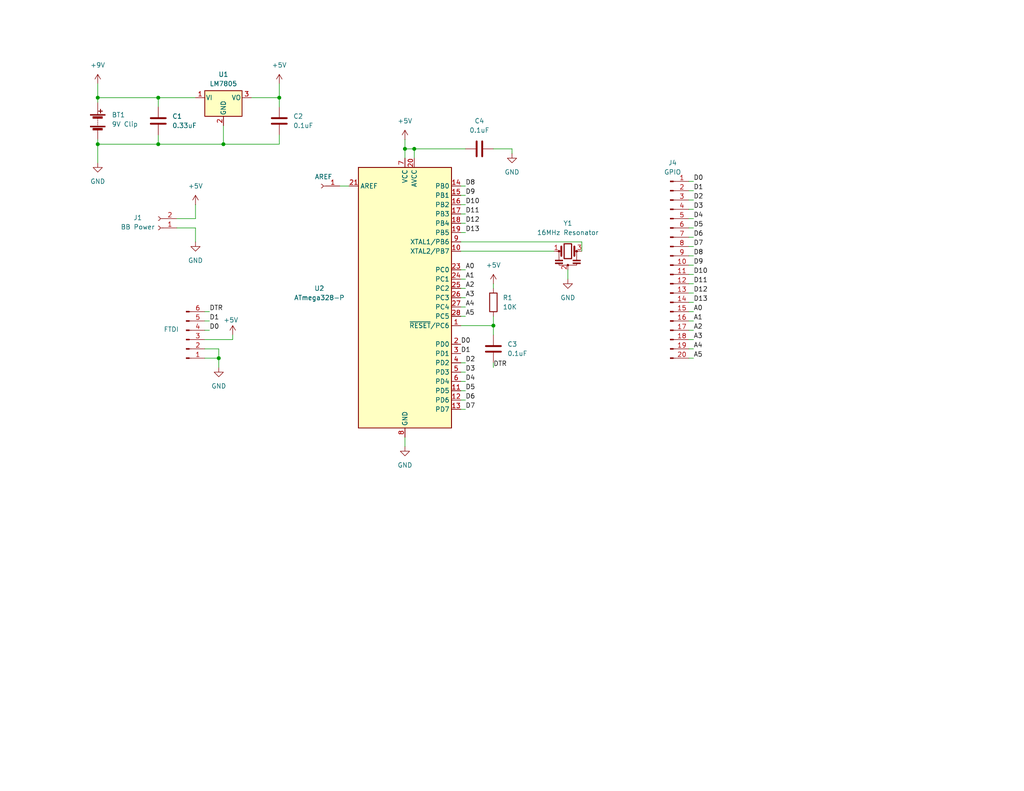
<source format=kicad_sch>
(kicad_sch (version 20231120) (generator "eeschema") (generator_version "8.0")
  (paper "USLetter")
  (title_block (title "Project 2: Arduino Clone"))
  (lib_symbols
    (symbol "05833:+9V" (power) (pin_names (offset 0))
      (property "Value" "+9V" (at 0 3.556 0))
      (symbol "+9V_0_1"
        (polyline (pts (xy -0.762 1.27) (xy 0 2.54)))
        (polyline (pts (xy 0 0) (xy 0 2.54)))
        (polyline (pts (xy 0 2.54) (xy 0.762 1.27)))
      )
      (symbol "+9V_1_1"
        (pin power_in line (at 0 0 90) (length 0) hide (name "+9V") (number "1"))
      )
    )
    (symbol "05833:Battery" (pin_numbers hide) (pin_names (offset 0) hide)
      (property "Reference" "BT" (at 2.54 2.54 0))
      (property "Value" "Battery" (at 2.54 0 0))
      (symbol "Battery_0_1"
        (rectangle (start -2.032 -1.397) (end 2.032 -1.651) (fill (type outline)))
        (rectangle (start -2.032 1.778) (end 2.032 1.524) (fill (type outline)))
        (rectangle (start -1.3208 -1.9812) (end 1.27 -2.4892) (fill (type outline)))
        (rectangle (start -1.3208 1.1938) (end 1.27 0.6858) (fill (type outline)))
        (polyline (pts (xy 0 -1.524) (xy 0 -1.27)))
        (polyline (pts (xy 0 -1.016) (xy 0 -0.762)))
        (polyline (pts (xy 0 -0.508) (xy 0 -0.254)))
        (polyline (pts (xy 0 0) (xy 0 0.254)))
        (polyline (pts (xy 0 0.508) (xy 0 0.762)))
        (polyline (pts (xy 0 1.778) (xy 0 2.54)))
        (polyline (pts (xy 0.254 2.667) (xy 1.27 2.667)) (stroke (width 0.254)))
        (polyline (pts (xy 0.762 3.175) (xy 0.762 2.159)) (stroke (width 0.254)))
      )
      (symbol "Battery_1_1"
        (pin output line (at 0 5.08 270) (length 2.54) (name "+") (number "1"))
        (pin power_out line (at 0 -5.08 90) (length 2.54) (name "-") (number "2"))
      )
    )
    (symbol "05833:GND" (power) (pin_names (offset 0))
      (property "Value" "GND" (at 0 -3.81 0))
      (symbol "GND_0_1"
        (polyline (pts (xy 0 0) (xy 0 -1.27) (xy 1.27 -1.27) (xy 0 -2.54) (xy -1.27 -1.27) (xy 0 -1.27)))
      )
      (symbol "GND_1_1"
        (pin power_in line (at 0 0 270) (length 0) hide (name "GND") (number "1"))
      )
    )
    (symbol "05833:R" (pin_numbers hide) (pin_names (offset 0))
      (property "Reference" "R" (at 2.032 0 90))
      (property "Value" "R" (at 0 0 90))
      (symbol "R_0_1"
        (rectangle (start -1.016 -2.54) (end 1.016 2.54) (stroke (width 0.254)))
      )
      (symbol "R_1_1"
        (pin passive line (at 0 3.81 270) (length 1.27) (name "~") (number "1"))
        (pin passive line (at 0 -3.81 90) (length 1.27) (name "~") (number "2"))
      )
    )
    (symbol "05833:Resonator" (pin_names (offset 1.016) hide)
      (property "Reference" "Y" (at 0 5.715 0))
      (property "Value" "Resonator" (at 0 3.81 0))
      (symbol "Resonator_0_1"
        (rectangle (start -3.429 -3.175) (end -1.397 -3.429) (fill (type outline)))
        (rectangle (start -3.429 -2.413) (end -1.397 -2.667) (fill (type outline)))
        (circle (center -2.413 0) (radius 0.254) (fill (type outline)))
        (rectangle (start -1.016 2.032) (end 1.016 -2.032) (stroke (width 0.3048)))
        (circle (center 0 -3.81) (radius 0.254) (fill (type outline)))
        (polyline (pts (xy -2.413 -2.413) (xy -2.413 0)))
        (polyline (pts (xy -1.905 0) (xy -3.175 0)))
        (polyline (pts (xy -1.778 -1.27) (xy -1.778 1.27)) (stroke (width 0.508)))
        (polyline (pts (xy 1.778 -1.27) (xy 1.778 1.27)) (stroke (width 0.508)))
        (polyline (pts (xy 1.905 0) (xy 2.54 0)))
        (polyline (pts (xy 2.413 0) (xy 2.413 -2.54)))
        (polyline (pts (xy 2.413 -3.302) (xy 2.413 -3.81) (xy -2.413 -3.81) (xy -2.413 -3.302)))
        (rectangle (start 1.397 -3.175) (end 3.429 -3.429) (fill (type outline)))
        (rectangle (start 1.397 -2.413) (end 3.429 -2.667) (fill (type outline)))
        (circle (center 2.413 0) (radius 0.254) (fill (type outline)))
      )
      (symbol "Resonator_1_1"
        (pin passive line (at -3.81 0 0) (length 1.27) (name "1") (number "1"))
        (pin passive line (at 0 -5.08 90) (length 1.27) (name "2") (number "2"))
        (pin passive line (at 3.81 0 180) (length 1.27) (name "3") (number "3"))
      )
    )
    (symbol "Connector:Conn_01x01_Socket" (pin_names (offset 1.016) hide)
      (property "Reference" "J" (at 0 2.54 0))
      (property "Value" "Conn_01x01_Socket" (at 0 -2.54 0))
      (symbol "Conn_01x01_Socket_1_1"
        (polyline (pts (xy -1.27 0) (xy -0.508 0)) (stroke (width 0.1524)))
        (arc (start 0 0.508) (mid -0.5058 0) (end 0 -0.508) (stroke (width 0.1524)))
        (pin passive line (at -5.08 0 0) (length 3.81) (name "Pin_1") (number "1"))
      )
    )
    (symbol "Connector:Conn_01x02_Socket" (pin_names (offset 1.016) hide)
      (property "Reference" "J" (at 0 2.54 0))
      (property "Value" "Conn_01x02_Socket" (at 0 -5.08 0))
      (symbol "Conn_01x02_Socket_1_1"
        (arc (start 0 -2.032) (mid -0.5058 -2.54) (end 0 -3.048) (stroke (width 0.1524)))
        (polyline (pts (xy -1.27 -2.54) (xy -0.508 -2.54)) (stroke (width 0.1524)))
        (polyline (pts (xy -1.27 0) (xy -0.508 0)) (stroke (width 0.1524)))
        (arc (start 0 0.508) (mid -0.5058 0) (end 0 -0.508) (stroke (width 0.1524)))
        (pin passive line (at -5.08 0 0) (length 3.81) (name "Pin_1") (number "1"))
        (pin passive line (at -5.08 -2.54 0) (length 3.81) (name "Pin_2") (number "2"))
      )
    )
    (symbol "Connector:Conn_01x06_Pin" (pin_names (offset 1.016) hide)
      (property "Reference" "J" (at 0 7.62 0))
      (property "Value" "Conn_01x06_Pin" (at 0 -10.16 0))
      (symbol "Conn_01x06_Pin_1_1"
        (polyline (pts (xy 1.27 -7.62) (xy 0.8636 -7.62)) (stroke (width 0.1524)))
        (polyline (pts (xy 1.27 -5.08) (xy 0.8636 -5.08)) (stroke (width 0.1524)))
        (polyline (pts (xy 1.27 -2.54) (xy 0.8636 -2.54)) (stroke (width 0.1524)))
        (polyline (pts (xy 1.27 0) (xy 0.8636 0)) (stroke (width 0.1524)))
        (polyline (pts (xy 1.27 2.54) (xy 0.8636 2.54)) (stroke (width 0.1524)))
        (polyline (pts (xy 1.27 5.08) (xy 0.8636 5.08)) (stroke (width 0.1524)))
        (rectangle (start 0.8636 -7.493) (end 0 -7.747) (stroke (width 0.1524)) (fill (type outline)))
        (rectangle (start 0.8636 -4.953) (end 0 -5.207) (stroke (width 0.1524)) (fill (type outline)))
        (rectangle (start 0.8636 -2.413) (end 0 -2.667) (stroke (width 0.1524)) (fill (type outline)))
        (rectangle (start 0.8636 0.127) (end 0 -0.127) (stroke (width 0.1524)) (fill (type outline)))
        (rectangle (start 0.8636 2.667) (end 0 2.413) (stroke (width 0.1524)) (fill (type outline)))
        (rectangle (start 0.8636 5.207) (end 0 4.953) (stroke (width 0.1524)) (fill (type outline)))
        (pin passive line (at 5.08 5.08 180) (length 3.81) (name "Pin_1") (number "1"))
        (pin passive line (at 5.08 2.54 180) (length 3.81) (name "Pin_2") (number "2"))
        (pin passive line (at 5.08 0 180) (length 3.81) (name "Pin_3") (number "3"))
        (pin passive line (at 5.08 -2.54 180) (length 3.81) (name "Pin_4") (number "4"))
        (pin passive line (at 5.08 -5.08 180) (length 3.81) (name "Pin_5") (number "5"))
        (pin passive line (at 5.08 -7.62 180) (length 3.81) (name "Pin_6") (number "6"))
      )
    )
    (symbol "Connector:Conn_01x20_Pin" (pin_names (offset 1.016) hide)
      (property "Reference" "J" (at 0 25.4 0))
      (property "Value" "Conn_01x20_Pin" (at 0 -27.94 0))
      (symbol "Conn_01x20_Pin_1_1"
        (polyline (pts (xy 1.27 -25.4) (xy 0.8636 -25.4)) (stroke (width 0.1524)))
        (polyline (pts (xy 1.27 -22.86) (xy 0.8636 -22.86)) (stroke (width 0.1524)))
        (polyline (pts (xy 1.27 -20.32) (xy 0.8636 -20.32)) (stroke (width 0.1524)))
        (polyline (pts (xy 1.27 -17.78) (xy 0.8636 -17.78)) (stroke (width 0.1524)))
        (polyline (pts (xy 1.27 -15.24) (xy 0.8636 -15.24)) (stroke (width 0.1524)))
        (polyline (pts (xy 1.27 -12.7) (xy 0.8636 -12.7)) (stroke (width 0.1524)))
        (polyline (pts (xy 1.27 -10.16) (xy 0.8636 -10.16)) (stroke (width 0.1524)))
        (polyline (pts (xy 1.27 -7.62) (xy 0.8636 -7.62)) (stroke (width 0.1524)))
        (polyline (pts (xy 1.27 -5.08) (xy 0.8636 -5.08)) (stroke (width 0.1524)))
        (polyline (pts (xy 1.27 -2.54) (xy 0.8636 -2.54)) (stroke (width 0.1524)))
        (polyline (pts (xy 1.27 0) (xy 0.8636 0)) (stroke (width 0.1524)))
        (polyline (pts (xy 1.27 2.54) (xy 0.8636 2.54)) (stroke (width 0.1524)))
        (polyline (pts (xy 1.27 5.08) (xy 0.8636 5.08)) (stroke (width 0.1524)))
        (polyline (pts (xy 1.27 7.62) (xy 0.8636 7.62)) (stroke (width 0.1524)))
        (polyline (pts (xy 1.27 10.16) (xy 0.8636 10.16)) (stroke (width 0.1524)))
        (polyline (pts (xy 1.27 12.7) (xy 0.8636 12.7)) (stroke (width 0.1524)))
        (polyline (pts (xy 1.27 15.24) (xy 0.8636 15.24)) (stroke (width 0.1524)))
        (polyline (pts (xy 1.27 17.78) (xy 0.8636 17.78)) (stroke (width 0.1524)))
        (polyline (pts (xy 1.27 20.32) (xy 0.8636 20.32)) (stroke (width 0.1524)))
        (polyline (pts (xy 1.27 22.86) (xy 0.8636 22.86)) (stroke (width 0.1524)))
        (rectangle (start 0.8636 -25.273) (end 0 -25.527) (stroke (width 0.1524)) (fill (type outline)))
        (rectangle (start 0.8636 -22.733) (end 0 -22.987) (stroke (width 0.1524)) (fill (type outline)))
        (rectangle (start 0.8636 -20.193) (end 0 -20.447) (stroke (width 0.1524)) (fill (type outline)))
        (rectangle (start 0.8636 -17.653) (end 0 -17.907) (stroke (width 0.1524)) (fill (type outline)))
        (rectangle (start 0.8636 -15.113) (end 0 -15.367) (stroke (width 0.1524)) (fill (type outline)))
        (rectangle (start 0.8636 -12.573) (end 0 -12.827) (stroke (width 0.1524)) (fill (type outline)))
        (rectangle (start 0.8636 -10.033) (end 0 -10.287) (stroke (width 0.1524)) (fill (type outline)))
        (rectangle (start 0.8636 -7.493) (end 0 -7.747) (stroke (width 0.1524)) (fill (type outline)))
        (rectangle (start 0.8636 -4.953) (end 0 -5.207) (stroke (width 0.1524)) (fill (type outline)))
        (rectangle (start 0.8636 -2.413) (end 0 -2.667) (stroke (width 0.1524)) (fill (type outline)))
        (rectangle (start 0.8636 0.127) (end 0 -0.127) (stroke (width 0.1524)) (fill (type outline)))
        (rectangle (start 0.8636 2.667) (end 0 2.413) (stroke (width 0.1524)) (fill (type outline)))
        (rectangle (start 0.8636 5.207) (end 0 4.953) (stroke (width 0.1524)) (fill (type outline)))
        (rectangle (start 0.8636 7.747) (end 0 7.493) (stroke (width 0.1524)) (fill (type outline)))
        (rectangle (start 0.8636 10.287) (end 0 10.033) (stroke (width 0.1524)) (fill (type outline)))
        (rectangle (start 0.8636 12.827) (end 0 12.573) (stroke (width 0.1524)) (fill (type outline)))
        (rectangle (start 0.8636 15.367) (end 0 15.113) (stroke (width 0.1524)) (fill (type outline)))
        (rectangle (start 0.8636 17.907) (end 0 17.653) (stroke (width 0.1524)) (fill (type outline)))
        (rectangle (start 0.8636 20.447) (end 0 20.193) (stroke (width 0.1524)) (fill (type outline)))
        (rectangle (start 0.8636 22.987) (end 0 22.733) (stroke (width 0.1524)) (fill (type outline)))
        (pin passive line (at 5.08 22.86 180) (length 3.81) (name "Pin_1") (number "1"))
        (pin passive line (at 5.08 0 180) (length 3.81) (name "Pin_10") (number "10"))
        (pin passive line (at 5.08 -2.54 180) (length 3.81) (name "Pin_11") (number "11"))
        (pin passive line (at 5.08 -5.08 180) (length 3.81) (name "Pin_12") (number "12"))
        (pin passive line (at 5.08 -7.62 180) (length 3.81) (name "Pin_13") (number "13"))
        (pin passive line (at 5.08 -10.16 180) (length 3.81) (name "Pin_14") (number "14"))
        (pin passive line (at 5.08 -12.7 180) (length 3.81) (name "Pin_15") (number "15"))
        (pin passive line (at 5.08 -15.24 180) (length 3.81) (name "Pin_16") (number "16"))
        (pin passive line (at 5.08 -17.78 180) (length 3.81) (name "Pin_17") (number "17"))
        (pin passive line (at 5.08 -20.32 180) (length 3.81) (name "Pin_18") (number "18"))
        (pin passive line (at 5.08 -22.86 180) (length 3.81) (name "Pin_19") (number "19"))
        (pin passive line (at 5.08 20.32 180) (length 3.81) (name "Pin_2") (number "2"))
        (pin passive line (at 5.08 -25.4 180) (length 3.81) (name "Pin_20") (number "20"))
        (pin passive line (at 5.08 17.78 180) (length 3.81) (name "Pin_3") (number "3"))
        (pin passive line (at 5.08 15.24 180) (length 3.81) (name "Pin_4") (number "4"))
        (pin passive line (at 5.08 12.7 180) (length 3.81) (name "Pin_5") (number "5"))
        (pin passive line (at 5.08 10.16 180) (length 3.81) (name "Pin_6") (number "6"))
        (pin passive line (at 5.08 7.62 180) (length 3.81) (name "Pin_7") (number "7"))
        (pin passive line (at 5.08 5.08 180) (length 3.81) (name "Pin_8") (number "8"))
        (pin passive line (at 5.08 2.54 180) (length 3.81) (name "Pin_9") (number "9"))
      )
    )
    (symbol "Device:C" (pin_numbers hide) (pin_names (offset 0.254))
      (property "Reference" "C" (at 0.635 2.54 0))
      (property "Value" "C" (at 0.635 -2.54 0))
      (symbol "C_0_1"
        (polyline (pts (xy -2.032 -0.762) (xy 2.032 -0.762)) (stroke (width 0.508)))
        (polyline (pts (xy -2.032 0.762) (xy 2.032 0.762)) (stroke (width 0.508)))
      )
      (symbol "C_1_1"
        (pin passive line (at 0 3.81 270) (length 2.794) (name "~") (number "1"))
        (pin passive line (at 0 -3.81 90) (length 2.794) (name "~") (number "2"))
      )
    )
    (symbol "MCU_Microchip_ATmega:ATmega328-P"
      (property "Reference" "U" (at -12.7 36.83 0))
      (property "Value" "ATmega328-P" (at 2.54 -36.83 0))
      (symbol "ATmega328-P_0_1"
        (rectangle (start -12.7 -35.56) (end 12.7 35.56) (stroke (width 0.254)) (fill (type background)))
      )
      (symbol "ATmega328-P_1_1"
        (pin bidirectional line (at 15.24 -7.62 180) (length 2.54) (name "~{RESET}/PC6") (number "1"))
        (pin bidirectional line (at 15.24 12.7 180) (length 2.54) (name "XTAL2/PB7") (number "10"))
        (pin bidirectional line (at 15.24 -25.4 180) (length 2.54) (name "PD5") (number "11"))
        (pin bidirectional line (at 15.24 -27.94 180) (length 2.54) (name "PD6") (number "12"))
        (pin bidirectional line (at 15.24 -30.48 180) (length 2.54) (name "PD7") (number "13"))
        (pin bidirectional line (at 15.24 30.48 180) (length 2.54) (name "PB0") (number "14"))
        (pin bidirectional line (at 15.24 27.94 180) (length 2.54) (name "PB1") (number "15"))
        (pin bidirectional line (at 15.24 25.4 180) (length 2.54) (name "PB2") (number "16"))
        (pin bidirectional line (at 15.24 22.86 180) (length 2.54) (name "PB3") (number "17"))
        (pin bidirectional line (at 15.24 20.32 180) (length 2.54) (name "PB4") (number "18"))
        (pin bidirectional line (at 15.24 17.78 180) (length 2.54) (name "PB5") (number "19"))
        (pin bidirectional line (at 15.24 -12.7 180) (length 2.54) (name "PD0") (number "2"))
        (pin power_in line (at 2.54 38.1 270) (length 2.54) (name "AVCC") (number "20"))
        (pin passive line (at -15.24 30.48 0) (length 2.54) (name "AREF") (number "21"))
        (pin passive line (at 0 -38.1 90) (length 2.54) hide (name "GND") (number "22"))
        (pin bidirectional line (at 15.24 7.62 180) (length 2.54) (name "PC0") (number "23"))
        (pin bidirectional line (at 15.24 5.08 180) (length 2.54) (name "PC1") (number "24"))
        (pin bidirectional line (at 15.24 2.54 180) (length 2.54) (name "PC2") (number "25"))
        (pin bidirectional line (at 15.24 0 180) (length 2.54) (name "PC3") (number "26"))
        (pin bidirectional line (at 15.24 -2.54 180) (length 2.54) (name "PC4") (number "27"))
        (pin bidirectional line (at 15.24 -5.08 180) (length 2.54) (name "PC5") (number "28"))
        (pin bidirectional line (at 15.24 -15.24 180) (length 2.54) (name "PD1") (number "3"))
        (pin bidirectional line (at 15.24 -17.78 180) (length 2.54) (name "PD2") (number "4"))
        (pin bidirectional line (at 15.24 -20.32 180) (length 2.54) (name "PD3") (number "5"))
        (pin bidirectional line (at 15.24 -22.86 180) (length 2.54) (name "PD4") (number "6"))
        (pin power_in line (at 0 38.1 270) (length 2.54) (name "VCC") (number "7"))
        (pin power_in line (at 0 -38.1 90) (length 2.54) (name "GND") (number "8"))
        (pin bidirectional line (at 15.24 15.24 180) (length 2.54) (name "XTAL1/PB6") (number "9"))
      )
    )
    (symbol "Regulator_Linear:LM7805_TO220" (pin_names (offset 0.254))
      (property "Reference" "U" (at -3.81 3.175 0))
      (property "Value" "LM7805_TO220" (at 0 3.175 0))
      (symbol "LM7805_TO220_0_1"
        (rectangle (start -5.08 1.905) (end 5.08 -5.08) (stroke (width 0.254)) (fill (type background)))
      )
      (symbol "LM7805_TO220_1_1"
        (pin power_in line (at -7.62 0 0) (length 2.54) (name "VI") (number "1"))
        (pin power_in line (at 0 -7.62 90) (length 2.54) (name "GND") (number "2"))
        (pin power_out line (at 7.62 0 180) (length 2.54) (name "VO") (number "3"))
      )
    )
    (symbol "power:+5V" (power) (pin_numbers hide) (pin_names (offset 0) hide)
      (property "Value" "+5V" (at 0 3.556 0))
      (symbol "+5V_0_1"
        (polyline (pts (xy -0.762 1.27) (xy 0 2.54)))
        (polyline (pts (xy 0 0) (xy 0 2.54)))
        (polyline (pts (xy 0 2.54) (xy 0.762 1.27)))
      )
      (symbol "+5V_1_1"
        (pin power_in line (at 0 0 90) (length 0) (name "~") (number "1"))
      )
    )
  )
  (junction (at 26.67 26.67))
  (junction (at 113.03 40.64))
  (junction (at 43.18 39.37))
  (junction (at 43.18 26.67))
  (junction (at 26.67 39.37))
  (junction (at 76.2 26.67))
  (junction (at 59.69 97.79))
  (junction (at 60.96 39.37))
  (junction (at 134.62 88.9))
  (junction (at 110.49 40.64))
  (wire (pts (xy 125.73 55.88) (xy 127 55.88)))
  (wire (pts (xy 125.73 81.28) (xy 127 81.28)))
  (wire (pts (xy 55.88 97.79) (xy 59.69 97.79)))
  (wire (pts (xy 189.23 92.71) (xy 187.96 92.71)))
  (wire (pts (xy 125.73 83.82) (xy 127 83.82)))
  (wire (pts (xy 43.18 39.37) (xy 60.96 39.37)))
  (wire (pts (xy 125.73 78.74) (xy 127 78.74)))
  (wire (pts (xy 189.23 74.93) (xy 187.96 74.93)))
  (wire (pts (xy 48.26 62.23) (xy 53.34 62.23)))
  (wire (pts (xy 125.73 109.22) (xy 127 109.22)))
  (wire (pts (xy 189.23 54.61) (xy 187.96 54.61)))
  (wire (pts (xy 76.2 22.86) (xy 76.2 26.67)))
  (wire (pts (xy 125.73 60.96) (xy 127 60.96)))
  (wire (pts (xy 134.62 77.47) (xy 134.62 78.74)))
  (wire (pts (xy 76.2 29.21) (xy 76.2 26.67)))
  (wire (pts (xy 125.73 53.34) (xy 127 53.34)))
  (wire (pts (xy 53.34 55.88) (xy 53.34 59.69)))
  (wire (pts (xy 125.73 99.06) (xy 127 99.06)))
  (wire (pts (xy 189.23 69.85) (xy 187.96 69.85)))
  (wire (pts (xy 76.2 39.37) (xy 76.2 36.83)))
  (wire (pts (xy 110.49 40.64) (xy 110.49 43.18)))
  (wire (pts (xy 189.23 64.77) (xy 187.96 64.77)))
  (wire (pts (xy 26.67 39.37) (xy 43.18 39.37)))
  (wire (pts (xy 189.23 77.47) (xy 187.96 77.47)))
  (wire (pts (xy 26.67 26.67) (xy 43.18 26.67)))
  (wire (pts (xy 158.75 66.04) (xy 158.75 68.58)))
  (wire (pts (xy 63.5 91.44) (xy 63.5 92.71)))
  (wire (pts (xy 26.67 22.86) (xy 26.67 26.67)))
  (wire (pts (xy 125.73 58.42) (xy 127 58.42)))
  (wire (pts (xy 125.73 106.68) (xy 127 106.68)))
  (wire (pts (xy 110.49 38.1) (xy 110.49 40.64)))
  (wire (pts (xy 125.73 88.9) (xy 134.62 88.9)))
  (wire (pts (xy 125.73 76.2) (xy 127 76.2)))
  (wire (pts (xy 113.03 40.64) (xy 113.03 43.18)))
  (wire (pts (xy 189.23 85.09) (xy 187.96 85.09)))
  (wire (pts (xy 60.96 39.37) (xy 76.2 39.37)))
  (wire (pts (xy 125.73 104.14) (xy 127 104.14)))
  (wire (pts (xy 57.15 85.09) (xy 55.88 85.09)))
  (wire (pts (xy 189.23 49.53) (xy 187.96 49.53)))
  (wire (pts (xy 189.23 59.69) (xy 187.96 59.69)))
  (wire (pts (xy 134.62 100.33) (xy 134.62 99.06)))
  (wire (pts (xy 134.62 88.9) (xy 134.62 91.44)))
  (wire (pts (xy 189.23 62.23) (xy 187.96 62.23)))
  (wire (pts (xy 189.23 80.01) (xy 187.96 80.01)))
  (wire (pts (xy 125.73 63.5) (xy 127 63.5)))
  (wire (pts (xy 110.49 119.38) (xy 110.49 121.92)))
  (wire (pts (xy 43.18 26.67) (xy 53.34 26.67)))
  (wire (pts (xy 189.23 67.31) (xy 187.96 67.31)))
  (wire (pts (xy 189.23 82.55) (xy 187.96 82.55)))
  (wire (pts (xy 189.23 97.79) (xy 187.96 97.79)))
  (wire (pts (xy 59.69 95.25) (xy 59.69 97.79)))
  (wire (pts (xy 57.15 90.17) (xy 55.88 90.17)))
  (wire (pts (xy 43.18 36.83) (xy 43.18 39.37)))
  (wire (pts (xy 154.94 73.66) (xy 154.94 76.2)))
  (wire (pts (xy 63.5 92.71) (xy 55.88 92.71)))
  (wire (pts (xy 43.18 26.67) (xy 43.18 29.21)))
  (wire (pts (xy 110.49 40.64) (xy 113.03 40.64)))
  (wire (pts (xy 53.34 66.04) (xy 53.34 62.23)))
  (wire (pts (xy 125.73 73.66) (xy 127 73.66)))
  (wire (pts (xy 125.73 68.58) (xy 151.13 68.58)))
  (wire (pts (xy 59.69 97.79) (xy 59.69 100.33)))
  (wire (pts (xy 113.03 40.64) (xy 127 40.64)))
  (wire (pts (xy 125.73 50.8) (xy 127 50.8)))
  (wire (pts (xy 92.71 50.8) (xy 95.25 50.8)))
  (wire (pts (xy 48.26 59.69) (xy 53.34 59.69)))
  (wire (pts (xy 189.23 90.17) (xy 187.96 90.17)))
  (wire (pts (xy 76.2 26.67) (xy 68.58 26.67)))
  (wire (pts (xy 125.73 66.04) (xy 158.75 66.04)))
  (wire (pts (xy 189.23 52.07) (xy 187.96 52.07)))
  (wire (pts (xy 26.67 39.37) (xy 26.67 44.45)))
  (wire (pts (xy 125.73 101.6) (xy 127 101.6)))
  (wire (pts (xy 125.73 111.76) (xy 127 111.76)))
  (wire (pts (xy 125.73 86.36) (xy 127 86.36)))
  (wire (pts (xy 139.7 40.64) (xy 139.7 41.91)))
  (wire (pts (xy 60.96 34.29) (xy 60.96 39.37)))
  (wire (pts (xy 26.67 38.1) (xy 26.67 39.37)))
  (wire (pts (xy 189.23 95.25) (xy 187.96 95.25)))
  (wire (pts (xy 55.88 95.25) (xy 59.69 95.25)))
  (wire (pts (xy 189.23 72.39) (xy 187.96 72.39)))
  (wire (pts (xy 189.23 87.63) (xy 187.96 87.63)))
  (wire (pts (xy 134.62 86.36) (xy 134.62 88.9)))
  (wire (pts (xy 26.67 26.67) (xy 26.67 27.94)))
  (wire (pts (xy 57.15 87.63) (xy 55.88 87.63)))
  (wire (pts (xy 134.62 40.64) (xy 139.7 40.64)))
  (wire (pts (xy 189.23 57.15) (xy 187.96 57.15)))
  (label "D9" (at 127 53.34 0))
  (label "D5" (at 127 106.68 0))
  (label "A1" (at 127 76.2 0))
  (label "D10" (at 189.23 74.93 0))
  (label "A0" (at 127 73.66 0))
  (label "D3" (at 127 101.6 0))
  (label "D3" (at 189.23 57.15 0))
  (label "D1" (at 125.73 96.52 0))
  (label "D0" (at 125.73 93.98 0))
  (label "A3" (at 127 81.28 0))
  (label "D5" (at 189.23 62.23 0))
  (label "D6" (at 127 109.22 0))
  (label "D0" (at 189.23 49.53 0))
  (label "D0" (at 57.15 90.17 0))
  (label "D11" (at 127 58.42 0))
  (label "A2" (at 189.23 90.17 0))
  (label "D2" (at 127 99.06 0))
  (label "DTR" (at 134.62 100.33 0))
  (label "D12" (at 127 60.96 0))
  (label "D8" (at 127 50.8 0))
  (label "A2" (at 127 78.74 0))
  (label "A4" (at 127 83.82 0))
  (label "D12" (at 189.23 80.01 0))
  (label "D4" (at 127 104.14 0))
  (label "D1" (at 189.23 52.07 0))
  (label "D11" (at 189.23 77.47 0))
  (label "A5" (at 189.23 97.79 0))
  (label "D13" (at 127 63.5 0))
  (label "A1" (at 189.23 87.63 0))
  (label "D4" (at 189.23 59.69 0))
  (label "A0" (at 189.23 85.09 0))
  (label "A4" (at 189.23 95.25 0))
  (label "D6" (at 189.23 64.77 0))
  (label "D7" (at 127 111.76 0))
  (label "D8" (at 189.23 69.85 0))
  (label "D1" (at 57.15 87.63 0))
  (label "D9" (at 189.23 72.39 0))
  (label "D13" (at 189.23 82.55 0))
  (label "D2" (at 189.23 54.61 0))
  (label "A5" (at 127 86.36 0))
  (label "DTR" (at 57.15 85.09 0))
  (label "D7" (at 189.23 67.31 0))
  (label "D10" (at 127 55.88 0))
  (label "A3" (at 189.23 92.71 0))
  (symbol (lib_id "05833:Battery") (at 26.67 33.02 0) (unit 1)
    (property "Reference" "BT1" (at 30.48 31.3689 0) (effects (justify left)))
    (property "Value" "9V Clip" (at 30.48 33.9089 0) (effects (justify left)))
    (property "Footprint" "05833:Battery_SnapConnector" (effects (hide yes)))
    (property "Description" "Multiple-cell battery" (effects (hide yes)))
  )
  (symbol (lib_id "05833:GND") (at 110.49 121.92 0) (unit 1)
    (property "Reference" "#PWR06" (effects (hide yes)))
    (property "Value" "GND" (at 110.49 127 0))
    (property "Description" "Power symbol creates a global label with name \"GND\" , ground" (effects (hide yes)))
  )
  (symbol (lib_id "Regulator_Linear:LM7805_TO220") (at 60.96 26.67 0) (unit 1)
    (property "Reference" "U1" (at 60.96 20.32 0))
    (property "Value" "LM7805" (at 60.96 22.86 0))
    (property "Footprint" "05833:TO-220-3_Vertical" (effects (hide yes)))
    (property "Datasheet" "https://www.onsemi.cn/PowerSolutions/document/MC7800-D.PDF" (effects (hide yes)))
    (property "Description" "Positive 1A 35V Linear Regulator, Fixed Output 5V, TO-220" (effects (hide yes)))
  )
  (symbol (lib_id "Device:C") (at 134.62 95.25 0) (unit 1)
    (property "Reference" "C3" (at 138.43 93.9799 0) (effects (justify left)))
    (property "Value" "0.1uF" (at 138.43 96.5199 0) (effects (justify left)))
    (property "Footprint" "05833:C_Disc_D3.0mm_W1.6mm_P2.50mm" (effects (hide yes)))
    (property "Description" "Unpolarized capacitor" (effects (hide yes)))
  )
  (symbol (lib_id "Connector:Conn_01x20_Pin") (at 182.88 72.39 0) (unit 1)
    (property "Reference" "J4" (at 183.515 44.45 0))
    (property "Value" "GPIO" (at 183.515 46.99 0))
    (property "Footprint" "05833:ArduinoGPIO_1x20_P2.54mm_Horizontal" (effects (hide yes)))
    (property "Description" "Generic connector, single row, 01x20, script generated" (effects (hide yes)))
  )
  (symbol (lib_id "power:+5V") (at 110.49 38.1 0) (unit 1)
    (property "Reference" "#PWR07" (effects (hide yes)))
    (property "Value" "+5V" (at 110.49 33.02 0))
    (property "Description" "Power symbol creates a global label with name \"+5V\"" (effects (hide yes)))
  )
  (symbol (lib_id "05833:R") (at 134.62 82.55 0) (unit 1)
    (property "Reference" "R1" (at 137.16 81.2799 0) (effects (justify left)))
    (property "Value" "10K" (at 137.16 83.8199 0) (effects (justify left)))
    (property "Footprint" "05833:R_Axial_QuarterWatt_Horizontal" (effects (hide yes)))
    (property "Description" "Resistor" (effects (hide yes)))
  )
  (symbol (lib_id "05833:GND") (at 53.34 66.04 0) (unit 1)
    (property "Reference" "#PWR010" (effects (hide yes)))
    (property "Value" "GND" (at 53.34 71.12 0))
    (property "Description" "Power symbol creates a global label with name \"GND\" , ground" (effects (hide yes)))
  )
  (symbol (lib_id "Device:C") (at 130.81 40.64 270) (unit 1)
    (property "Reference" "C4" (at 130.81 33.02 90))
    (property "Value" "0.1uF" (at 130.81 35.56 90))
    (property "Footprint" "05833:C_Disc_D3.0mm_W1.6mm_P2.50mm" (effects (hide yes)))
    (property "Description" "Unpolarized capacitor" (effects (hide yes)))
  )
  (symbol (lib_id "Connector:Conn_01x06_Pin") (at 50.8 92.71 0) (mirror x) (unit 1)
    (property "Reference" "J2" (effects (hide yes)))
    (property "Value" "FTDI" (at 46.736 89.916 0))
    (property "Footprint" "05833:FTDI_1x06_P2.54mm_Vertical" (effects (hide yes)))
    (property "Description" "Generic connector, single row, 01x06, script generated" (effects (hide yes)))
  )
  (symbol (lib_id "05833:GND") (at 154.94 76.2 0) (unit 1)
    (property "Reference" "#PWR04" (effects (hide yes)))
    (property "Value" "GND" (at 154.94 81.28 0))
    (property "Description" "Power symbol creates a global label with name \"GND\" , ground" (effects (hide yes)))
  )
  (symbol (lib_id "power:+5V") (at 76.2 22.86 0) (unit 1)
    (property "Reference" "#PWR03" (effects (hide yes)))
    (property "Value" "+5V" (at 76.2 17.78 0))
    (property "Description" "Power symbol creates a global label with name \"+5V\"" (effects (hide yes)))
  )
  (symbol (lib_id "05833:GND") (at 59.69 100.33 0) (unit 1)
    (property "Reference" "#PWR011" (effects (hide yes)))
    (property "Value" "GND" (at 59.69 105.41 0))
    (property "Description" "Power symbol creates a global label with name \"GND\" , ground" (effects (hide yes)))
  )
  (symbol (lib_id "Device:C") (at 76.2 33.02 0) (unit 1)
    (property "Reference" "C2" (at 80.01 31.7499 0) (effects (justify left)))
    (property "Value" "0.1uF" (at 80.01 34.2899 0) (effects (justify left)))
    (property "Footprint" "05833:C_Disc_D3.0mm_W1.6mm_P2.50mm" (effects (hide yes)))
    (property "Description" "Unpolarized capacitor" (effects (hide yes)))
  )
  (symbol (lib_id "Connector:Conn_01x02_Socket") (at 43.18 62.23 180) (unit 1)
    (property "Reference" "J1" (at 37.592 59.436 0))
    (property "Value" "BB Power" (at 37.592 61.976 0))
    (property "Footprint" "05833:BB_PowerRails" (effects (hide yes)))
    (property "Description" "Generic connector, single row, 01x02, script generated" (effects (hide yes)))
  )
  (symbol (lib_id "MCU_Microchip_ATmega:ATmega328-P") (at 110.49 81.28 0) (unit 1)
    (property "Reference" "U2" (at 87.122 78.74 0))
    (property "Value" "ATmega328-P" (at 87.122 81.28 0))
    (property "Footprint" "05833:DIP-28_W7.62mm" (effects (hide yes)))
    (property "Datasheet" "http://ww1.microchip.com/downloads/en/DeviceDoc/ATmega328_P%20AVR%20MCU%20with%20picoPower%20Technology%20Data%20Sheet%2040001984A.pdf" (effects (hide yes)))
    (property "Description" "20MHz, 32kB Flash, 2kB SRAM, 1kB EEPROM, DIP-28" (effects (hide yes)))
  )
  (symbol (lib_id "05833:Resonator") (at 154.94 68.58 0) (unit 1)
    (property "Reference" "Y1" (at 154.94 60.96 0))
    (property "Value" "16MHz Resonator" (at 154.94 63.5 0))
    (property "Footprint" "05833:Resonator-3Pin_W6.0mm_H3.0mm" (effects (hide yes)))
    (property "Description" "Three pin ceramic resonator" (effects (hide yes)))
  )
  (symbol (lib_id "Device:C") (at 43.18 33.02 0) (unit 1)
    (property "Reference" "C1" (at 46.99 31.7499 0) (effects (justify left)))
    (property "Value" "0.33uF" (at 46.99 34.2899 0) (effects (justify left)))
    (property "Footprint" "05833:C_Disc_D3.0mm_W1.6mm_P2.50mm" (effects (hide yes)))
    (property "Description" "Unpolarized capacitor" (effects (hide yes)))
  )
  (symbol (lib_id "power:+5V") (at 63.5 91.44 0) (unit 1)
    (property "Reference" "#PWR012" (effects (hide yes)))
    (property "Value" "+5V" (at 62.992 87.376 0))
    (property "Description" "Power symbol creates a global label with name \"+5V\"" (effects (hide yes)))
  )
  (symbol (lib_id "05833:GND") (at 26.67 44.45 0) (unit 1)
    (property "Reference" "#PWR02" (effects (hide yes)))
    (property "Value" "GND" (at 26.67 49.53 0))
    (property "Description" "Power symbol creates a global label with name \"GND\" , ground" (effects (hide yes)))
  )
  (symbol (lib_id "05833:GND") (at 139.7 41.91 0) (unit 1)
    (property "Reference" "#PWR08" (effects (hide yes)))
    (property "Value" "GND" (at 139.7 46.99 0))
    (property "Description" "Power symbol creates a global label with name \"GND\" , ground" (effects (hide yes)))
  )
  (symbol (lib_id "05833:+9V") (at 26.67 22.86 0) (unit 1)
    (property "Reference" "#PWR01" (effects (hide yes)))
    (property "Value" "+9V" (at 26.67 17.78 0))
    (property "Description" "Power symbol creates a global label with name \"+9V\"" (effects (hide yes)))
  )
  (symbol (lib_id "Connector:Conn_01x01_Socket") (at 87.63 50.8 180) (unit 1)
    (property "Reference" "J3" (effects (hide yes)))
    (property "Value" "AREF" (at 88.265 48.26 0))
    (property "Footprint" "05833:PinHeader_1x01_P2.54mm_Vertical" (effects (hide yes)))
    (property "Description" "Generic connector, single row, 01x01, script generated" (effects (hide yes)))
  )
  (symbol (lib_id "power:+5V") (at 53.34 55.88 0) (unit 1)
    (property "Reference" "#PWR09" (effects (hide yes)))
    (property "Value" "+5V" (at 53.34 50.8 0))
    (property "Description" "Power symbol creates a global label with name \"+5V\"" (effects (hide yes)))
  )
  (symbol (lib_id "power:+5V") (at 134.62 77.47 0) (unit 1)
    (property "Reference" "#PWR05" (effects (hide yes)))
    (property "Value" "+5V" (at 134.62 72.39 0))
    (property "Description" "Power symbol creates a global label with name \"+5V\"" (effects (hide yes)))
  )
)
</source>
